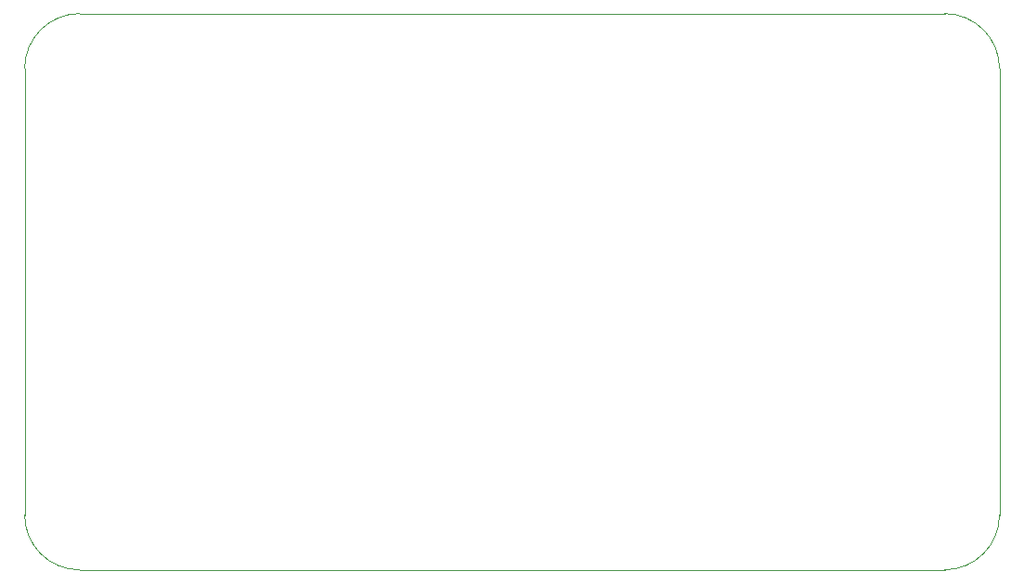
<source format=gm1>
%TF.GenerationSoftware,KiCad,Pcbnew,9.0.2*%
%TF.CreationDate,2025-07-13T16:06:35-05:00*%
%TF.ProjectId,stm32card,73746d33-3263-4617-9264-2e6b69636164,rev?*%
%TF.SameCoordinates,Original*%
%TF.FileFunction,Profile,NP*%
%FSLAX46Y46*%
G04 Gerber Fmt 4.6, Leading zero omitted, Abs format (unit mm)*
G04 Created by KiCad (PCBNEW 9.0.2) date 2025-07-13 16:06:35*
%MOMM*%
%LPD*%
G01*
G04 APERTURE LIST*
%TA.AperFunction,Profile*%
%ADD10C,0.050000*%
%TD*%
G04 APERTURE END LIST*
D10*
X137564466Y-132335534D02*
X216464466Y-132335534D01*
X137564466Y-132335534D02*
G75*
G02*
X132564466Y-127335534I34J5000034D01*
G01*
X132564466Y-86535534D02*
X132564466Y-127335534D01*
X216464466Y-81535534D02*
G75*
G02*
X221464466Y-86535534I34J-4999966D01*
G01*
X221464466Y-127335534D02*
X221464466Y-86535534D01*
X216464466Y-81535534D02*
X137564466Y-81535534D01*
X132564466Y-86535534D02*
G75*
G02*
X137564466Y-81535536I4999914J84D01*
G01*
X221464466Y-127335534D02*
G75*
G02*
X216464466Y-132335566I-5000066J34D01*
G01*
M02*

</source>
